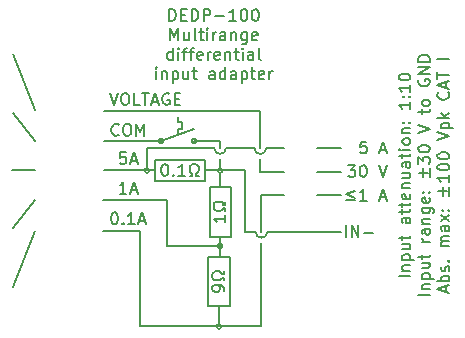
<source format=gto>
G04 #@! TF.GenerationSoftware,KiCad,Pcbnew,5.1.9-73d0e3b20d~88~ubuntu20.04.1*
G04 #@! TF.CreationDate,2021-08-23T08:35:41+03:00*
G04 #@! TF.ProjectId,multirange_frontplate,6d756c74-6972-4616-9e67-655f66726f6e,rev?*
G04 #@! TF.SameCoordinates,Original*
G04 #@! TF.FileFunction,Legend,Top*
G04 #@! TF.FilePolarity,Positive*
%FSLAX46Y46*%
G04 Gerber Fmt 4.6, Leading zero omitted, Abs format (unit mm)*
G04 Created by KiCad (PCBNEW 5.1.9-73d0e3b20d~88~ubuntu20.04.1) date 2021-08-23 08:35:41*
%MOMM*%
%LPD*%
G01*
G04 APERTURE LIST*
%ADD10C,0.200000*%
%ADD11C,0.150000*%
%ADD12C,5.500000*%
G04 APERTURE END LIST*
D10*
X101300000Y-109000000D02*
X101300000Y-116100000D01*
X101300000Y-105000000D02*
X101300000Y-108100000D01*
X101200000Y-101000000D02*
X101200000Y-97900000D01*
X101200000Y-103000000D02*
X101200000Y-101900000D01*
X97800000Y-101900000D02*
X97800000Y-102900000D01*
X97800000Y-101000000D02*
X97800000Y-100400000D01*
D11*
X108457142Y-108552380D02*
X108457142Y-107552380D01*
X108933333Y-108552380D02*
X108933333Y-107552380D01*
X109504761Y-108552380D01*
X109504761Y-107552380D01*
X109980952Y-108171428D02*
X110742857Y-108171428D01*
D10*
X101800000Y-108100000D02*
X108000000Y-108100000D01*
X99900000Y-108100000D02*
X100800000Y-108100000D01*
X99900000Y-102900000D02*
X99900000Y-108100000D01*
X99600000Y-102900000D02*
X99900000Y-102900000D01*
X101800000Y-108100000D02*
G75*
G02*
X100800000Y-108100000I-500000J0D01*
G01*
X99100000Y-102900000D02*
X99600000Y-102900000D01*
X97800000Y-102900000D02*
X99100000Y-102900000D01*
D11*
X113902380Y-111847619D02*
X112902380Y-111847619D01*
X113235714Y-111371428D02*
X113902380Y-111371428D01*
X113330952Y-111371428D02*
X113283333Y-111323809D01*
X113235714Y-111228571D01*
X113235714Y-111085714D01*
X113283333Y-110990476D01*
X113378571Y-110942857D01*
X113902380Y-110942857D01*
X113235714Y-110466666D02*
X114235714Y-110466666D01*
X113283333Y-110466666D02*
X113235714Y-110371428D01*
X113235714Y-110180952D01*
X113283333Y-110085714D01*
X113330952Y-110038095D01*
X113426190Y-109990476D01*
X113711904Y-109990476D01*
X113807142Y-110038095D01*
X113854761Y-110085714D01*
X113902380Y-110180952D01*
X113902380Y-110371428D01*
X113854761Y-110466666D01*
X113235714Y-109133333D02*
X113902380Y-109133333D01*
X113235714Y-109561904D02*
X113759523Y-109561904D01*
X113854761Y-109514285D01*
X113902380Y-109419047D01*
X113902380Y-109276190D01*
X113854761Y-109180952D01*
X113807142Y-109133333D01*
X113235714Y-108800000D02*
X113235714Y-108419047D01*
X112902380Y-108657142D02*
X113759523Y-108657142D01*
X113854761Y-108609523D01*
X113902380Y-108514285D01*
X113902380Y-108419047D01*
X113902380Y-106895238D02*
X113378571Y-106895238D01*
X113283333Y-106942857D01*
X113235714Y-107038095D01*
X113235714Y-107228571D01*
X113283333Y-107323809D01*
X113854761Y-106895238D02*
X113902380Y-106990476D01*
X113902380Y-107228571D01*
X113854761Y-107323809D01*
X113759523Y-107371428D01*
X113664285Y-107371428D01*
X113569047Y-107323809D01*
X113521428Y-107228571D01*
X113521428Y-106990476D01*
X113473809Y-106895238D01*
X113235714Y-106561904D02*
X113235714Y-106180952D01*
X112902380Y-106419047D02*
X113759523Y-106419047D01*
X113854761Y-106371428D01*
X113902380Y-106276190D01*
X113902380Y-106180952D01*
X113235714Y-105990476D02*
X113235714Y-105609523D01*
X112902380Y-105847619D02*
X113759523Y-105847619D01*
X113854761Y-105800000D01*
X113902380Y-105704761D01*
X113902380Y-105609523D01*
X113854761Y-104895238D02*
X113902380Y-104990476D01*
X113902380Y-105180952D01*
X113854761Y-105276190D01*
X113759523Y-105323809D01*
X113378571Y-105323809D01*
X113283333Y-105276190D01*
X113235714Y-105180952D01*
X113235714Y-104990476D01*
X113283333Y-104895238D01*
X113378571Y-104847619D01*
X113473809Y-104847619D01*
X113569047Y-105323809D01*
X113235714Y-104419047D02*
X113902380Y-104419047D01*
X113330952Y-104419047D02*
X113283333Y-104371428D01*
X113235714Y-104276190D01*
X113235714Y-104133333D01*
X113283333Y-104038095D01*
X113378571Y-103990476D01*
X113902380Y-103990476D01*
X113235714Y-103085714D02*
X113902380Y-103085714D01*
X113235714Y-103514285D02*
X113759523Y-103514285D01*
X113854761Y-103466666D01*
X113902380Y-103371428D01*
X113902380Y-103228571D01*
X113854761Y-103133333D01*
X113807142Y-103085714D01*
X113902380Y-102180952D02*
X113378571Y-102180952D01*
X113283333Y-102228571D01*
X113235714Y-102323809D01*
X113235714Y-102514285D01*
X113283333Y-102609523D01*
X113854761Y-102180952D02*
X113902380Y-102276190D01*
X113902380Y-102514285D01*
X113854761Y-102609523D01*
X113759523Y-102657142D01*
X113664285Y-102657142D01*
X113569047Y-102609523D01*
X113521428Y-102514285D01*
X113521428Y-102276190D01*
X113473809Y-102180952D01*
X113235714Y-101847619D02*
X113235714Y-101466666D01*
X112902380Y-101704761D02*
X113759523Y-101704761D01*
X113854761Y-101657142D01*
X113902380Y-101561904D01*
X113902380Y-101466666D01*
X113902380Y-101133333D02*
X113235714Y-101133333D01*
X112902380Y-101133333D02*
X112950000Y-101180952D01*
X112997619Y-101133333D01*
X112950000Y-101085714D01*
X112902380Y-101133333D01*
X112997619Y-101133333D01*
X113902380Y-100514285D02*
X113854761Y-100609523D01*
X113807142Y-100657142D01*
X113711904Y-100704761D01*
X113426190Y-100704761D01*
X113330952Y-100657142D01*
X113283333Y-100609523D01*
X113235714Y-100514285D01*
X113235714Y-100371428D01*
X113283333Y-100276190D01*
X113330952Y-100228571D01*
X113426190Y-100180952D01*
X113711904Y-100180952D01*
X113807142Y-100228571D01*
X113854761Y-100276190D01*
X113902380Y-100371428D01*
X113902380Y-100514285D01*
X113235714Y-99752380D02*
X113902380Y-99752380D01*
X113330952Y-99752380D02*
X113283333Y-99704761D01*
X113235714Y-99609523D01*
X113235714Y-99466666D01*
X113283333Y-99371428D01*
X113378571Y-99323809D01*
X113902380Y-99323809D01*
X113807142Y-98847619D02*
X113854761Y-98800000D01*
X113902380Y-98847619D01*
X113854761Y-98895238D01*
X113807142Y-98847619D01*
X113902380Y-98847619D01*
X113283333Y-98847619D02*
X113330952Y-98800000D01*
X113378571Y-98847619D01*
X113330952Y-98895238D01*
X113283333Y-98847619D01*
X113378571Y-98847619D01*
X113902380Y-97085714D02*
X113902380Y-97657142D01*
X113902380Y-97371428D02*
X112902380Y-97371428D01*
X113045238Y-97466666D01*
X113140476Y-97561904D01*
X113188095Y-97657142D01*
X113807142Y-96657142D02*
X113854761Y-96609523D01*
X113902380Y-96657142D01*
X113854761Y-96704761D01*
X113807142Y-96657142D01*
X113902380Y-96657142D01*
X113283333Y-96657142D02*
X113330952Y-96609523D01*
X113378571Y-96657142D01*
X113330952Y-96704761D01*
X113283333Y-96657142D01*
X113378571Y-96657142D01*
X113902380Y-95657142D02*
X113902380Y-96228571D01*
X113902380Y-95942857D02*
X112902380Y-95942857D01*
X113045238Y-96038095D01*
X113140476Y-96133333D01*
X113188095Y-96228571D01*
X112902380Y-95038095D02*
X112902380Y-94942857D01*
X112950000Y-94847619D01*
X112997619Y-94800000D01*
X113092857Y-94752380D01*
X113283333Y-94704761D01*
X113521428Y-94704761D01*
X113711904Y-94752380D01*
X113807142Y-94800000D01*
X113854761Y-94847619D01*
X113902380Y-94942857D01*
X113902380Y-95038095D01*
X113854761Y-95133333D01*
X113807142Y-95180952D01*
X113711904Y-95228571D01*
X113521428Y-95276190D01*
X113283333Y-95276190D01*
X113092857Y-95228571D01*
X112997619Y-95180952D01*
X112950000Y-95133333D01*
X112902380Y-95038095D01*
X115552380Y-113442857D02*
X114552380Y-113442857D01*
X114885714Y-112966666D02*
X115552380Y-112966666D01*
X114980952Y-112966666D02*
X114933333Y-112919047D01*
X114885714Y-112823809D01*
X114885714Y-112680952D01*
X114933333Y-112585714D01*
X115028571Y-112538095D01*
X115552380Y-112538095D01*
X114885714Y-112061904D02*
X115885714Y-112061904D01*
X114933333Y-112061904D02*
X114885714Y-111966666D01*
X114885714Y-111776190D01*
X114933333Y-111680952D01*
X114980952Y-111633333D01*
X115076190Y-111585714D01*
X115361904Y-111585714D01*
X115457142Y-111633333D01*
X115504761Y-111680952D01*
X115552380Y-111776190D01*
X115552380Y-111966666D01*
X115504761Y-112061904D01*
X114885714Y-110728571D02*
X115552380Y-110728571D01*
X114885714Y-111157142D02*
X115409523Y-111157142D01*
X115504761Y-111109523D01*
X115552380Y-111014285D01*
X115552380Y-110871428D01*
X115504761Y-110776190D01*
X115457142Y-110728571D01*
X114885714Y-110395238D02*
X114885714Y-110014285D01*
X114552380Y-110252380D02*
X115409523Y-110252380D01*
X115504761Y-110204761D01*
X115552380Y-110109523D01*
X115552380Y-110014285D01*
X115552380Y-108919047D02*
X114885714Y-108919047D01*
X115076190Y-108919047D02*
X114980952Y-108871428D01*
X114933333Y-108823809D01*
X114885714Y-108728571D01*
X114885714Y-108633333D01*
X115552380Y-107871428D02*
X115028571Y-107871428D01*
X114933333Y-107919047D01*
X114885714Y-108014285D01*
X114885714Y-108204761D01*
X114933333Y-108300000D01*
X115504761Y-107871428D02*
X115552380Y-107966666D01*
X115552380Y-108204761D01*
X115504761Y-108300000D01*
X115409523Y-108347619D01*
X115314285Y-108347619D01*
X115219047Y-108300000D01*
X115171428Y-108204761D01*
X115171428Y-107966666D01*
X115123809Y-107871428D01*
X114885714Y-107395238D02*
X115552380Y-107395238D01*
X114980952Y-107395238D02*
X114933333Y-107347619D01*
X114885714Y-107252380D01*
X114885714Y-107109523D01*
X114933333Y-107014285D01*
X115028571Y-106966666D01*
X115552380Y-106966666D01*
X114885714Y-106061904D02*
X115695238Y-106061904D01*
X115790476Y-106109523D01*
X115838095Y-106157142D01*
X115885714Y-106252380D01*
X115885714Y-106395238D01*
X115838095Y-106490476D01*
X115504761Y-106061904D02*
X115552380Y-106157142D01*
X115552380Y-106347619D01*
X115504761Y-106442857D01*
X115457142Y-106490476D01*
X115361904Y-106538095D01*
X115076190Y-106538095D01*
X114980952Y-106490476D01*
X114933333Y-106442857D01*
X114885714Y-106347619D01*
X114885714Y-106157142D01*
X114933333Y-106061904D01*
X115504761Y-105204761D02*
X115552380Y-105300000D01*
X115552380Y-105490476D01*
X115504761Y-105585714D01*
X115409523Y-105633333D01*
X115028571Y-105633333D01*
X114933333Y-105585714D01*
X114885714Y-105490476D01*
X114885714Y-105300000D01*
X114933333Y-105204761D01*
X115028571Y-105157142D01*
X115123809Y-105157142D01*
X115219047Y-105633333D01*
X115457142Y-104728571D02*
X115504761Y-104680952D01*
X115552380Y-104728571D01*
X115504761Y-104776190D01*
X115457142Y-104728571D01*
X115552380Y-104728571D01*
X114933333Y-104728571D02*
X114980952Y-104680952D01*
X115028571Y-104728571D01*
X114980952Y-104776190D01*
X114933333Y-104728571D01*
X115028571Y-104728571D01*
X114980952Y-103490476D02*
X114980952Y-102728571D01*
X115361904Y-103109523D02*
X114600000Y-103109523D01*
X115552380Y-102728571D02*
X115552380Y-103490476D01*
X114552380Y-102347619D02*
X114552380Y-101728571D01*
X114933333Y-102061904D01*
X114933333Y-101919047D01*
X114980952Y-101823809D01*
X115028571Y-101776190D01*
X115123809Y-101728571D01*
X115361904Y-101728571D01*
X115457142Y-101776190D01*
X115504761Y-101823809D01*
X115552380Y-101919047D01*
X115552380Y-102204761D01*
X115504761Y-102300000D01*
X115457142Y-102347619D01*
X114552380Y-101109523D02*
X114552380Y-101014285D01*
X114600000Y-100919047D01*
X114647619Y-100871428D01*
X114742857Y-100823809D01*
X114933333Y-100776190D01*
X115171428Y-100776190D01*
X115361904Y-100823809D01*
X115457142Y-100871428D01*
X115504761Y-100919047D01*
X115552380Y-101014285D01*
X115552380Y-101109523D01*
X115504761Y-101204761D01*
X115457142Y-101252380D01*
X115361904Y-101300000D01*
X115171428Y-101347619D01*
X114933333Y-101347619D01*
X114742857Y-101300000D01*
X114647619Y-101252380D01*
X114600000Y-101204761D01*
X114552380Y-101109523D01*
X114552380Y-99728571D02*
X115552380Y-99395238D01*
X114552380Y-99061904D01*
X114885714Y-98109523D02*
X114885714Y-97728571D01*
X114552380Y-97966666D02*
X115409523Y-97966666D01*
X115504761Y-97919047D01*
X115552380Y-97823809D01*
X115552380Y-97728571D01*
X115552380Y-97252380D02*
X115504761Y-97347619D01*
X115457142Y-97395238D01*
X115361904Y-97442857D01*
X115076190Y-97442857D01*
X114980952Y-97395238D01*
X114933333Y-97347619D01*
X114885714Y-97252380D01*
X114885714Y-97109523D01*
X114933333Y-97014285D01*
X114980952Y-96966666D01*
X115076190Y-96919047D01*
X115361904Y-96919047D01*
X115457142Y-96966666D01*
X115504761Y-97014285D01*
X115552380Y-97109523D01*
X115552380Y-97252380D01*
X114600000Y-95204761D02*
X114552380Y-95300000D01*
X114552380Y-95442857D01*
X114600000Y-95585714D01*
X114695238Y-95680952D01*
X114790476Y-95728571D01*
X114980952Y-95776190D01*
X115123809Y-95776190D01*
X115314285Y-95728571D01*
X115409523Y-95680952D01*
X115504761Y-95585714D01*
X115552380Y-95442857D01*
X115552380Y-95347619D01*
X115504761Y-95204761D01*
X115457142Y-95157142D01*
X115123809Y-95157142D01*
X115123809Y-95347619D01*
X115552380Y-94728571D02*
X114552380Y-94728571D01*
X115552380Y-94157142D01*
X114552380Y-94157142D01*
X115552380Y-93680952D02*
X114552380Y-93680952D01*
X114552380Y-93442857D01*
X114600000Y-93300000D01*
X114695238Y-93204761D01*
X114790476Y-93157142D01*
X114980952Y-93109523D01*
X115123809Y-93109523D01*
X115314285Y-93157142D01*
X115409523Y-93204761D01*
X115504761Y-93300000D01*
X115552380Y-93442857D01*
X115552380Y-93680952D01*
X116916666Y-113180952D02*
X116916666Y-112704761D01*
X117202380Y-113276190D02*
X116202380Y-112942857D01*
X117202380Y-112609523D01*
X117202380Y-112276190D02*
X116202380Y-112276190D01*
X116583333Y-112276190D02*
X116535714Y-112180952D01*
X116535714Y-111990476D01*
X116583333Y-111895238D01*
X116630952Y-111847619D01*
X116726190Y-111800000D01*
X117011904Y-111800000D01*
X117107142Y-111847619D01*
X117154761Y-111895238D01*
X117202380Y-111990476D01*
X117202380Y-112180952D01*
X117154761Y-112276190D01*
X117154761Y-111419047D02*
X117202380Y-111323809D01*
X117202380Y-111133333D01*
X117154761Y-111038095D01*
X117059523Y-110990476D01*
X117011904Y-110990476D01*
X116916666Y-111038095D01*
X116869047Y-111133333D01*
X116869047Y-111276190D01*
X116821428Y-111371428D01*
X116726190Y-111419047D01*
X116678571Y-111419047D01*
X116583333Y-111371428D01*
X116535714Y-111276190D01*
X116535714Y-111133333D01*
X116583333Y-111038095D01*
X117107142Y-110561904D02*
X117154761Y-110514285D01*
X117202380Y-110561904D01*
X117154761Y-110609523D01*
X117107142Y-110561904D01*
X117202380Y-110561904D01*
X117202380Y-109323809D02*
X116535714Y-109323809D01*
X116630952Y-109323809D02*
X116583333Y-109276190D01*
X116535714Y-109180952D01*
X116535714Y-109038095D01*
X116583333Y-108942857D01*
X116678571Y-108895238D01*
X117202380Y-108895238D01*
X116678571Y-108895238D02*
X116583333Y-108847619D01*
X116535714Y-108752380D01*
X116535714Y-108609523D01*
X116583333Y-108514285D01*
X116678571Y-108466666D01*
X117202380Y-108466666D01*
X117202380Y-107561904D02*
X116678571Y-107561904D01*
X116583333Y-107609523D01*
X116535714Y-107704761D01*
X116535714Y-107895238D01*
X116583333Y-107990476D01*
X117154761Y-107561904D02*
X117202380Y-107657142D01*
X117202380Y-107895238D01*
X117154761Y-107990476D01*
X117059523Y-108038095D01*
X116964285Y-108038095D01*
X116869047Y-107990476D01*
X116821428Y-107895238D01*
X116821428Y-107657142D01*
X116773809Y-107561904D01*
X117202380Y-107180952D02*
X116535714Y-106657142D01*
X116535714Y-107180952D02*
X117202380Y-106657142D01*
X117107142Y-106276190D02*
X117154761Y-106228571D01*
X117202380Y-106276190D01*
X117154761Y-106323809D01*
X117107142Y-106276190D01*
X117202380Y-106276190D01*
X116583333Y-106276190D02*
X116630952Y-106228571D01*
X116678571Y-106276190D01*
X116630952Y-106323809D01*
X116583333Y-106276190D01*
X116678571Y-106276190D01*
X116630952Y-105038095D02*
X116630952Y-104276190D01*
X117011904Y-104657142D02*
X116250000Y-104657142D01*
X117202380Y-104276190D02*
X117202380Y-105038095D01*
X117202380Y-103276190D02*
X117202380Y-103847619D01*
X117202380Y-103561904D02*
X116202380Y-103561904D01*
X116345238Y-103657142D01*
X116440476Y-103752380D01*
X116488095Y-103847619D01*
X116202380Y-102657142D02*
X116202380Y-102561904D01*
X116250000Y-102466666D01*
X116297619Y-102419047D01*
X116392857Y-102371428D01*
X116583333Y-102323809D01*
X116821428Y-102323809D01*
X117011904Y-102371428D01*
X117107142Y-102419047D01*
X117154761Y-102466666D01*
X117202380Y-102561904D01*
X117202380Y-102657142D01*
X117154761Y-102752380D01*
X117107142Y-102800000D01*
X117011904Y-102847619D01*
X116821428Y-102895238D01*
X116583333Y-102895238D01*
X116392857Y-102847619D01*
X116297619Y-102800000D01*
X116250000Y-102752380D01*
X116202380Y-102657142D01*
X116202380Y-101704761D02*
X116202380Y-101609523D01*
X116250000Y-101514285D01*
X116297619Y-101466666D01*
X116392857Y-101419047D01*
X116583333Y-101371428D01*
X116821428Y-101371428D01*
X117011904Y-101419047D01*
X117107142Y-101466666D01*
X117154761Y-101514285D01*
X117202380Y-101609523D01*
X117202380Y-101704761D01*
X117154761Y-101800000D01*
X117107142Y-101847619D01*
X117011904Y-101895238D01*
X116821428Y-101942857D01*
X116583333Y-101942857D01*
X116392857Y-101895238D01*
X116297619Y-101847619D01*
X116250000Y-101800000D01*
X116202380Y-101704761D01*
X116202380Y-100323809D02*
X117202380Y-99990476D01*
X116202380Y-99657142D01*
X116535714Y-99323809D02*
X117535714Y-99323809D01*
X116583333Y-99323809D02*
X116535714Y-99228571D01*
X116535714Y-99038095D01*
X116583333Y-98942857D01*
X116630952Y-98895238D01*
X116726190Y-98847619D01*
X117011904Y-98847619D01*
X117107142Y-98895238D01*
X117154761Y-98942857D01*
X117202380Y-99038095D01*
X117202380Y-99228571D01*
X117154761Y-99323809D01*
X117202380Y-98419047D02*
X116202380Y-98419047D01*
X116821428Y-98323809D02*
X117202380Y-98038095D01*
X116535714Y-98038095D02*
X116916666Y-98419047D01*
X117107142Y-96276190D02*
X117154761Y-96323809D01*
X117202380Y-96466666D01*
X117202380Y-96561904D01*
X117154761Y-96704761D01*
X117059523Y-96800000D01*
X116964285Y-96847619D01*
X116773809Y-96895238D01*
X116630952Y-96895238D01*
X116440476Y-96847619D01*
X116345238Y-96800000D01*
X116250000Y-96704761D01*
X116202380Y-96561904D01*
X116202380Y-96466666D01*
X116250000Y-96323809D01*
X116297619Y-96276190D01*
X116916666Y-95895238D02*
X116916666Y-95419047D01*
X117202380Y-95990476D02*
X116202380Y-95657142D01*
X117202380Y-95323809D01*
X116202380Y-95133333D02*
X116202380Y-94561904D01*
X117202380Y-94847619D02*
X116202380Y-94847619D01*
X117202380Y-93466666D02*
X116202380Y-93466666D01*
X93488095Y-90227380D02*
X93488095Y-89227380D01*
X93726190Y-89227380D01*
X93869047Y-89275000D01*
X93964285Y-89370238D01*
X94011904Y-89465476D01*
X94059523Y-89655952D01*
X94059523Y-89798809D01*
X94011904Y-89989285D01*
X93964285Y-90084523D01*
X93869047Y-90179761D01*
X93726190Y-90227380D01*
X93488095Y-90227380D01*
X94488095Y-89703571D02*
X94821428Y-89703571D01*
X94964285Y-90227380D02*
X94488095Y-90227380D01*
X94488095Y-89227380D01*
X94964285Y-89227380D01*
X95392857Y-90227380D02*
X95392857Y-89227380D01*
X95630952Y-89227380D01*
X95773809Y-89275000D01*
X95869047Y-89370238D01*
X95916666Y-89465476D01*
X95964285Y-89655952D01*
X95964285Y-89798809D01*
X95916666Y-89989285D01*
X95869047Y-90084523D01*
X95773809Y-90179761D01*
X95630952Y-90227380D01*
X95392857Y-90227380D01*
X96392857Y-90227380D02*
X96392857Y-89227380D01*
X96773809Y-89227380D01*
X96869047Y-89275000D01*
X96916666Y-89322619D01*
X96964285Y-89417857D01*
X96964285Y-89560714D01*
X96916666Y-89655952D01*
X96869047Y-89703571D01*
X96773809Y-89751190D01*
X96392857Y-89751190D01*
X97392857Y-89846428D02*
X98154761Y-89846428D01*
X99154761Y-90227380D02*
X98583333Y-90227380D01*
X98869047Y-90227380D02*
X98869047Y-89227380D01*
X98773809Y-89370238D01*
X98678571Y-89465476D01*
X98583333Y-89513095D01*
X99773809Y-89227380D02*
X99869047Y-89227380D01*
X99964285Y-89275000D01*
X100011904Y-89322619D01*
X100059523Y-89417857D01*
X100107142Y-89608333D01*
X100107142Y-89846428D01*
X100059523Y-90036904D01*
X100011904Y-90132142D01*
X99964285Y-90179761D01*
X99869047Y-90227380D01*
X99773809Y-90227380D01*
X99678571Y-90179761D01*
X99630952Y-90132142D01*
X99583333Y-90036904D01*
X99535714Y-89846428D01*
X99535714Y-89608333D01*
X99583333Y-89417857D01*
X99630952Y-89322619D01*
X99678571Y-89275000D01*
X99773809Y-89227380D01*
X100726190Y-89227380D02*
X100821428Y-89227380D01*
X100916666Y-89275000D01*
X100964285Y-89322619D01*
X101011904Y-89417857D01*
X101059523Y-89608333D01*
X101059523Y-89846428D01*
X101011904Y-90036904D01*
X100964285Y-90132142D01*
X100916666Y-90179761D01*
X100821428Y-90227380D01*
X100726190Y-90227380D01*
X100630952Y-90179761D01*
X100583333Y-90132142D01*
X100535714Y-90036904D01*
X100488095Y-89846428D01*
X100488095Y-89608333D01*
X100535714Y-89417857D01*
X100583333Y-89322619D01*
X100630952Y-89275000D01*
X100726190Y-89227380D01*
X93583333Y-91877380D02*
X93583333Y-90877380D01*
X93916666Y-91591666D01*
X94250000Y-90877380D01*
X94250000Y-91877380D01*
X95154761Y-91210714D02*
X95154761Y-91877380D01*
X94726190Y-91210714D02*
X94726190Y-91734523D01*
X94773809Y-91829761D01*
X94869047Y-91877380D01*
X95011904Y-91877380D01*
X95107142Y-91829761D01*
X95154761Y-91782142D01*
X95773809Y-91877380D02*
X95678571Y-91829761D01*
X95630952Y-91734523D01*
X95630952Y-90877380D01*
X96011904Y-91210714D02*
X96392857Y-91210714D01*
X96154761Y-90877380D02*
X96154761Y-91734523D01*
X96202380Y-91829761D01*
X96297619Y-91877380D01*
X96392857Y-91877380D01*
X96726190Y-91877380D02*
X96726190Y-91210714D01*
X96726190Y-90877380D02*
X96678571Y-90925000D01*
X96726190Y-90972619D01*
X96773809Y-90925000D01*
X96726190Y-90877380D01*
X96726190Y-90972619D01*
X97202380Y-91877380D02*
X97202380Y-91210714D01*
X97202380Y-91401190D02*
X97250000Y-91305952D01*
X97297619Y-91258333D01*
X97392857Y-91210714D01*
X97488095Y-91210714D01*
X98250000Y-91877380D02*
X98250000Y-91353571D01*
X98202380Y-91258333D01*
X98107142Y-91210714D01*
X97916666Y-91210714D01*
X97821428Y-91258333D01*
X98250000Y-91829761D02*
X98154761Y-91877380D01*
X97916666Y-91877380D01*
X97821428Y-91829761D01*
X97773809Y-91734523D01*
X97773809Y-91639285D01*
X97821428Y-91544047D01*
X97916666Y-91496428D01*
X98154761Y-91496428D01*
X98250000Y-91448809D01*
X98726190Y-91210714D02*
X98726190Y-91877380D01*
X98726190Y-91305952D02*
X98773809Y-91258333D01*
X98869047Y-91210714D01*
X99011904Y-91210714D01*
X99107142Y-91258333D01*
X99154761Y-91353571D01*
X99154761Y-91877380D01*
X100059523Y-91210714D02*
X100059523Y-92020238D01*
X100011904Y-92115476D01*
X99964285Y-92163095D01*
X99869047Y-92210714D01*
X99726190Y-92210714D01*
X99630952Y-92163095D01*
X100059523Y-91829761D02*
X99964285Y-91877380D01*
X99773809Y-91877380D01*
X99678571Y-91829761D01*
X99630952Y-91782142D01*
X99583333Y-91686904D01*
X99583333Y-91401190D01*
X99630952Y-91305952D01*
X99678571Y-91258333D01*
X99773809Y-91210714D01*
X99964285Y-91210714D01*
X100059523Y-91258333D01*
X100916666Y-91829761D02*
X100821428Y-91877380D01*
X100630952Y-91877380D01*
X100535714Y-91829761D01*
X100488095Y-91734523D01*
X100488095Y-91353571D01*
X100535714Y-91258333D01*
X100630952Y-91210714D01*
X100821428Y-91210714D01*
X100916666Y-91258333D01*
X100964285Y-91353571D01*
X100964285Y-91448809D01*
X100488095Y-91544047D01*
X93797619Y-93527380D02*
X93797619Y-92527380D01*
X93797619Y-93479761D02*
X93702380Y-93527380D01*
X93511904Y-93527380D01*
X93416666Y-93479761D01*
X93369047Y-93432142D01*
X93321428Y-93336904D01*
X93321428Y-93051190D01*
X93369047Y-92955952D01*
X93416666Y-92908333D01*
X93511904Y-92860714D01*
X93702380Y-92860714D01*
X93797619Y-92908333D01*
X94273809Y-93527380D02*
X94273809Y-92860714D01*
X94273809Y-92527380D02*
X94226190Y-92575000D01*
X94273809Y-92622619D01*
X94321428Y-92575000D01*
X94273809Y-92527380D01*
X94273809Y-92622619D01*
X94607142Y-92860714D02*
X94988095Y-92860714D01*
X94750000Y-93527380D02*
X94750000Y-92670238D01*
X94797619Y-92575000D01*
X94892857Y-92527380D01*
X94988095Y-92527380D01*
X95178571Y-92860714D02*
X95559523Y-92860714D01*
X95321428Y-93527380D02*
X95321428Y-92670238D01*
X95369047Y-92575000D01*
X95464285Y-92527380D01*
X95559523Y-92527380D01*
X96273809Y-93479761D02*
X96178571Y-93527380D01*
X95988095Y-93527380D01*
X95892857Y-93479761D01*
X95845238Y-93384523D01*
X95845238Y-93003571D01*
X95892857Y-92908333D01*
X95988095Y-92860714D01*
X96178571Y-92860714D01*
X96273809Y-92908333D01*
X96321428Y-93003571D01*
X96321428Y-93098809D01*
X95845238Y-93194047D01*
X96750000Y-93527380D02*
X96750000Y-92860714D01*
X96750000Y-93051190D02*
X96797619Y-92955952D01*
X96845238Y-92908333D01*
X96940476Y-92860714D01*
X97035714Y-92860714D01*
X97750000Y-93479761D02*
X97654761Y-93527380D01*
X97464285Y-93527380D01*
X97369047Y-93479761D01*
X97321428Y-93384523D01*
X97321428Y-93003571D01*
X97369047Y-92908333D01*
X97464285Y-92860714D01*
X97654761Y-92860714D01*
X97750000Y-92908333D01*
X97797619Y-93003571D01*
X97797619Y-93098809D01*
X97321428Y-93194047D01*
X98226190Y-92860714D02*
X98226190Y-93527380D01*
X98226190Y-92955952D02*
X98273809Y-92908333D01*
X98369047Y-92860714D01*
X98511904Y-92860714D01*
X98607142Y-92908333D01*
X98654761Y-93003571D01*
X98654761Y-93527380D01*
X98988095Y-92860714D02*
X99369047Y-92860714D01*
X99130952Y-92527380D02*
X99130952Y-93384523D01*
X99178571Y-93479761D01*
X99273809Y-93527380D01*
X99369047Y-93527380D01*
X99702380Y-93527380D02*
X99702380Y-92860714D01*
X99702380Y-92527380D02*
X99654761Y-92575000D01*
X99702380Y-92622619D01*
X99750000Y-92575000D01*
X99702380Y-92527380D01*
X99702380Y-92622619D01*
X100607142Y-93527380D02*
X100607142Y-93003571D01*
X100559523Y-92908333D01*
X100464285Y-92860714D01*
X100273809Y-92860714D01*
X100178571Y-92908333D01*
X100607142Y-93479761D02*
X100511904Y-93527380D01*
X100273809Y-93527380D01*
X100178571Y-93479761D01*
X100130952Y-93384523D01*
X100130952Y-93289285D01*
X100178571Y-93194047D01*
X100273809Y-93146428D01*
X100511904Y-93146428D01*
X100607142Y-93098809D01*
X101226190Y-93527380D02*
X101130952Y-93479761D01*
X101083333Y-93384523D01*
X101083333Y-92527380D01*
X92392857Y-95177380D02*
X92392857Y-94510714D01*
X92392857Y-94177380D02*
X92345238Y-94225000D01*
X92392857Y-94272619D01*
X92440476Y-94225000D01*
X92392857Y-94177380D01*
X92392857Y-94272619D01*
X92869047Y-94510714D02*
X92869047Y-95177380D01*
X92869047Y-94605952D02*
X92916666Y-94558333D01*
X93011904Y-94510714D01*
X93154761Y-94510714D01*
X93250000Y-94558333D01*
X93297619Y-94653571D01*
X93297619Y-95177380D01*
X93773809Y-94510714D02*
X93773809Y-95510714D01*
X93773809Y-94558333D02*
X93869047Y-94510714D01*
X94059523Y-94510714D01*
X94154761Y-94558333D01*
X94202380Y-94605952D01*
X94250000Y-94701190D01*
X94250000Y-94986904D01*
X94202380Y-95082142D01*
X94154761Y-95129761D01*
X94059523Y-95177380D01*
X93869047Y-95177380D01*
X93773809Y-95129761D01*
X95107142Y-94510714D02*
X95107142Y-95177380D01*
X94678571Y-94510714D02*
X94678571Y-95034523D01*
X94726190Y-95129761D01*
X94821428Y-95177380D01*
X94964285Y-95177380D01*
X95059523Y-95129761D01*
X95107142Y-95082142D01*
X95440476Y-94510714D02*
X95821428Y-94510714D01*
X95583333Y-94177380D02*
X95583333Y-95034523D01*
X95630952Y-95129761D01*
X95726190Y-95177380D01*
X95821428Y-95177380D01*
X97345238Y-95177380D02*
X97345238Y-94653571D01*
X97297619Y-94558333D01*
X97202380Y-94510714D01*
X97011904Y-94510714D01*
X96916666Y-94558333D01*
X97345238Y-95129761D02*
X97250000Y-95177380D01*
X97011904Y-95177380D01*
X96916666Y-95129761D01*
X96869047Y-95034523D01*
X96869047Y-94939285D01*
X96916666Y-94844047D01*
X97011904Y-94796428D01*
X97250000Y-94796428D01*
X97345238Y-94748809D01*
X98250000Y-95177380D02*
X98250000Y-94177380D01*
X98250000Y-95129761D02*
X98154761Y-95177380D01*
X97964285Y-95177380D01*
X97869047Y-95129761D01*
X97821428Y-95082142D01*
X97773809Y-94986904D01*
X97773809Y-94701190D01*
X97821428Y-94605952D01*
X97869047Y-94558333D01*
X97964285Y-94510714D01*
X98154761Y-94510714D01*
X98250000Y-94558333D01*
X99154761Y-95177380D02*
X99154761Y-94653571D01*
X99107142Y-94558333D01*
X99011904Y-94510714D01*
X98821428Y-94510714D01*
X98726190Y-94558333D01*
X99154761Y-95129761D02*
X99059523Y-95177380D01*
X98821428Y-95177380D01*
X98726190Y-95129761D01*
X98678571Y-95034523D01*
X98678571Y-94939285D01*
X98726190Y-94844047D01*
X98821428Y-94796428D01*
X99059523Y-94796428D01*
X99154761Y-94748809D01*
X99630952Y-94510714D02*
X99630952Y-95510714D01*
X99630952Y-94558333D02*
X99726190Y-94510714D01*
X99916666Y-94510714D01*
X100011904Y-94558333D01*
X100059523Y-94605952D01*
X100107142Y-94701190D01*
X100107142Y-94986904D01*
X100059523Y-95082142D01*
X100011904Y-95129761D01*
X99916666Y-95177380D01*
X99726190Y-95177380D01*
X99630952Y-95129761D01*
X100392857Y-94510714D02*
X100773809Y-94510714D01*
X100535714Y-94177380D02*
X100535714Y-95034523D01*
X100583333Y-95129761D01*
X100678571Y-95177380D01*
X100773809Y-95177380D01*
X101488095Y-95129761D02*
X101392857Y-95177380D01*
X101202380Y-95177380D01*
X101107142Y-95129761D01*
X101059523Y-95034523D01*
X101059523Y-94653571D01*
X101107142Y-94558333D01*
X101202380Y-94510714D01*
X101392857Y-94510714D01*
X101488095Y-94558333D01*
X101535714Y-94653571D01*
X101535714Y-94748809D01*
X101059523Y-94844047D01*
X101964285Y-95177380D02*
X101964285Y-94510714D01*
X101964285Y-94701190D02*
X102011904Y-94605952D01*
X102059523Y-94558333D01*
X102154761Y-94510714D01*
X102250000Y-94510714D01*
D10*
X97900000Y-116100000D02*
G75*
G03*
X97900000Y-116100000I-200000J0D01*
G01*
X91800000Y-102900000D02*
G75*
G03*
X91800000Y-102900000I-200000J0D01*
G01*
X98300000Y-101000000D02*
X100700000Y-101000000D01*
X91600000Y-101300000D02*
X91600000Y-101000000D01*
X101700000Y-101000000D02*
X103200000Y-101000000D01*
X101700000Y-101000000D02*
G75*
G02*
X100700000Y-101000000I-500000J0D01*
G01*
X98300000Y-101000000D02*
G75*
G02*
X97300000Y-101000000I-500000J0D01*
G01*
X91600000Y-101000000D02*
X97300000Y-101000000D01*
X91600000Y-102900000D02*
X91600000Y-101300000D01*
X101300000Y-105000000D02*
X103200000Y-105000000D01*
X101300000Y-116100000D02*
X101000000Y-116100000D01*
X97700000Y-116100000D02*
X101000000Y-116100000D01*
X98000000Y-109300000D02*
G75*
G03*
X98000000Y-109300000I-200000J0D01*
G01*
X93300000Y-109300000D02*
X97800000Y-109300000D01*
X93300000Y-105400000D02*
X93300000Y-109300000D01*
X90600000Y-105400000D02*
X93300000Y-105400000D01*
X91000000Y-108000000D02*
X90600000Y-108000000D01*
X91000000Y-116100000D02*
X91000000Y-108000000D01*
X97700000Y-116100000D02*
X91000000Y-116100000D01*
X101200000Y-103000000D02*
X103200000Y-103000000D01*
X99100000Y-97900000D02*
X101200000Y-97900000D01*
X88000000Y-97900000D02*
X99100000Y-97900000D01*
X90600000Y-108000000D02*
X87900000Y-108000000D01*
X90600000Y-105400000D02*
X87900000Y-105400000D01*
X90600000Y-102900000D02*
X88000000Y-102900000D01*
X90700000Y-100400000D02*
X88000000Y-100400000D01*
D11*
X88476190Y-96352380D02*
X88809523Y-97352380D01*
X89142857Y-96352380D01*
X89666666Y-96352380D02*
X89857142Y-96352380D01*
X89952380Y-96400000D01*
X90047619Y-96495238D01*
X90095238Y-96685714D01*
X90095238Y-97019047D01*
X90047619Y-97209523D01*
X89952380Y-97304761D01*
X89857142Y-97352380D01*
X89666666Y-97352380D01*
X89571428Y-97304761D01*
X89476190Y-97209523D01*
X89428571Y-97019047D01*
X89428571Y-96685714D01*
X89476190Y-96495238D01*
X89571428Y-96400000D01*
X89666666Y-96352380D01*
X91000000Y-97352380D02*
X90523809Y-97352380D01*
X90523809Y-96352380D01*
X91190476Y-96352380D02*
X91761904Y-96352380D01*
X91476190Y-97352380D02*
X91476190Y-96352380D01*
X92047619Y-97066666D02*
X92523809Y-97066666D01*
X91952380Y-97352380D02*
X92285714Y-96352380D01*
X92619047Y-97352380D01*
X93476190Y-96400000D02*
X93380952Y-96352380D01*
X93238095Y-96352380D01*
X93095238Y-96400000D01*
X93000000Y-96495238D01*
X92952380Y-96590476D01*
X92904761Y-96780952D01*
X92904761Y-96923809D01*
X92952380Y-97114285D01*
X93000000Y-97209523D01*
X93095238Y-97304761D01*
X93238095Y-97352380D01*
X93333333Y-97352380D01*
X93476190Y-97304761D01*
X93523809Y-97257142D01*
X93523809Y-96923809D01*
X93333333Y-96923809D01*
X93952380Y-96828571D02*
X94285714Y-96828571D01*
X94428571Y-97352380D02*
X93952380Y-97352380D01*
X93952380Y-96352380D01*
X94428571Y-96352380D01*
D10*
X94200000Y-98800000D02*
X94200000Y-98400000D01*
X94600000Y-98800000D02*
X94200000Y-98800000D01*
X94600000Y-99400000D02*
X94600000Y-98800000D01*
X94200000Y-99400000D02*
X94600000Y-99400000D01*
X94200000Y-99900000D02*
X94200000Y-99400000D01*
X93000000Y-100400000D02*
G75*
G03*
X93000000Y-100400000I-200000J0D01*
G01*
X95800000Y-100400000D02*
G75*
G03*
X95800000Y-100400000I-200000J0D01*
G01*
X98000000Y-102900000D02*
G75*
G03*
X98000000Y-102900000I-200000J0D01*
G01*
X96500000Y-102900000D02*
X97800000Y-102900000D01*
X97800000Y-104300000D02*
X97800000Y-103000000D01*
X95600000Y-100400000D02*
X97800000Y-100400000D01*
X92800000Y-100400000D02*
X95600000Y-99400000D01*
X90700000Y-100400000D02*
X92800000Y-100400000D01*
D11*
X89214285Y-99857142D02*
X89166666Y-99904761D01*
X89023809Y-99952380D01*
X88928571Y-99952380D01*
X88785714Y-99904761D01*
X88690476Y-99809523D01*
X88642857Y-99714285D01*
X88595238Y-99523809D01*
X88595238Y-99380952D01*
X88642857Y-99190476D01*
X88690476Y-99095238D01*
X88785714Y-99000000D01*
X88928571Y-98952380D01*
X89023809Y-98952380D01*
X89166666Y-99000000D01*
X89214285Y-99047619D01*
X89833333Y-98952380D02*
X90023809Y-98952380D01*
X90119047Y-99000000D01*
X90214285Y-99095238D01*
X90261904Y-99285714D01*
X90261904Y-99619047D01*
X90214285Y-99809523D01*
X90119047Y-99904761D01*
X90023809Y-99952380D01*
X89833333Y-99952380D01*
X89738095Y-99904761D01*
X89642857Y-99809523D01*
X89595238Y-99619047D01*
X89595238Y-99285714D01*
X89642857Y-99095238D01*
X89738095Y-99000000D01*
X89833333Y-98952380D01*
X90690476Y-99952380D02*
X90690476Y-98952380D01*
X91023809Y-99666666D01*
X91357142Y-98952380D01*
X91357142Y-99952380D01*
D10*
X90600000Y-102900000D02*
X92300000Y-102900000D01*
X95400000Y-102000000D02*
X96500000Y-102000000D01*
X92300000Y-103800000D02*
X92300000Y-102900000D01*
X96500000Y-102000000D02*
X96500000Y-103800000D01*
X96500000Y-103800000D02*
X92300000Y-103800000D01*
X92300000Y-102000000D02*
X95400000Y-102000000D01*
X92300000Y-102900000D02*
X92300000Y-102000000D01*
D11*
X93066666Y-102352380D02*
X93161904Y-102352380D01*
X93257142Y-102400000D01*
X93304761Y-102447619D01*
X93352380Y-102542857D01*
X93400000Y-102733333D01*
X93400000Y-102971428D01*
X93352380Y-103161904D01*
X93304761Y-103257142D01*
X93257142Y-103304761D01*
X93161904Y-103352380D01*
X93066666Y-103352380D01*
X92971428Y-103304761D01*
X92923809Y-103257142D01*
X92876190Y-103161904D01*
X92828571Y-102971428D01*
X92828571Y-102733333D01*
X92876190Y-102542857D01*
X92923809Y-102447619D01*
X92971428Y-102400000D01*
X93066666Y-102352380D01*
X93828571Y-103257142D02*
X93876190Y-103304761D01*
X93828571Y-103352380D01*
X93780952Y-103304761D01*
X93828571Y-103257142D01*
X93828571Y-103352380D01*
X94828571Y-103352380D02*
X94257142Y-103352380D01*
X94542857Y-103352380D02*
X94542857Y-102352380D01*
X94447619Y-102495238D01*
X94352380Y-102590476D01*
X94257142Y-102638095D01*
X95209523Y-103352380D02*
X95447619Y-103352380D01*
X95447619Y-103161904D01*
X95352380Y-103114285D01*
X95257142Y-103019047D01*
X95209523Y-102876190D01*
X95209523Y-102638095D01*
X95257142Y-102495238D01*
X95352380Y-102400000D01*
X95495238Y-102352380D01*
X95685714Y-102352380D01*
X95828571Y-102400000D01*
X95923809Y-102495238D01*
X95971428Y-102638095D01*
X95971428Y-102876190D01*
X95923809Y-103019047D01*
X95828571Y-103114285D01*
X95733333Y-103161904D01*
X95733333Y-103352380D01*
X95971428Y-103352380D01*
X89809523Y-101352380D02*
X89333333Y-101352380D01*
X89285714Y-101828571D01*
X89333333Y-101780952D01*
X89428571Y-101733333D01*
X89666666Y-101733333D01*
X89761904Y-101780952D01*
X89809523Y-101828571D01*
X89857142Y-101923809D01*
X89857142Y-102161904D01*
X89809523Y-102257142D01*
X89761904Y-102304761D01*
X89666666Y-102352380D01*
X89428571Y-102352380D01*
X89333333Y-102304761D01*
X89285714Y-102257142D01*
X90238095Y-102066666D02*
X90714285Y-102066666D01*
X90142857Y-102352380D02*
X90476190Y-101352380D01*
X90809523Y-102352380D01*
D10*
X97800000Y-110200000D02*
X97800000Y-108500000D01*
D11*
X98252380Y-106685714D02*
X98252380Y-107257142D01*
X98252380Y-106971428D02*
X97252380Y-106971428D01*
X97395238Y-107066666D01*
X97490476Y-107161904D01*
X97538095Y-107257142D01*
X98252380Y-106304761D02*
X98252380Y-106066666D01*
X98061904Y-106066666D01*
X98014285Y-106161904D01*
X97919047Y-106257142D01*
X97776190Y-106304761D01*
X97538095Y-106304761D01*
X97395238Y-106257142D01*
X97300000Y-106161904D01*
X97252380Y-106019047D01*
X97252380Y-105828571D01*
X97300000Y-105685714D01*
X97395238Y-105590476D01*
X97538095Y-105542857D01*
X97776190Y-105542857D01*
X97919047Y-105590476D01*
X98014285Y-105685714D01*
X98061904Y-105780952D01*
X98252380Y-105780952D01*
X98252380Y-105542857D01*
D10*
X98700000Y-104300000D02*
X98700000Y-108500000D01*
D11*
X89857142Y-104852380D02*
X89285714Y-104852380D01*
X89571428Y-104852380D02*
X89571428Y-103852380D01*
X89476190Y-103995238D01*
X89380952Y-104090476D01*
X89285714Y-104138095D01*
X90238095Y-104566666D02*
X90714285Y-104566666D01*
X90142857Y-104852380D02*
X90476190Y-103852380D01*
X90809523Y-104852380D01*
D10*
X96900000Y-105400000D02*
X96900000Y-104300000D01*
X97800000Y-108500000D02*
X96900000Y-108500000D01*
X96900000Y-104300000D02*
X98700000Y-104300000D01*
X96900000Y-108500000D02*
X96900000Y-105400000D01*
X98700000Y-108500000D02*
X97800000Y-108500000D01*
D11*
X88809523Y-106452380D02*
X88904761Y-106452380D01*
X89000000Y-106500000D01*
X89047619Y-106547619D01*
X89095238Y-106642857D01*
X89142857Y-106833333D01*
X89142857Y-107071428D01*
X89095238Y-107261904D01*
X89047619Y-107357142D01*
X89000000Y-107404761D01*
X88904761Y-107452380D01*
X88809523Y-107452380D01*
X88714285Y-107404761D01*
X88666666Y-107357142D01*
X88619047Y-107261904D01*
X88571428Y-107071428D01*
X88571428Y-106833333D01*
X88619047Y-106642857D01*
X88666666Y-106547619D01*
X88714285Y-106500000D01*
X88809523Y-106452380D01*
X89571428Y-107357142D02*
X89619047Y-107404761D01*
X89571428Y-107452380D01*
X89523809Y-107404761D01*
X89571428Y-107357142D01*
X89571428Y-107452380D01*
X90571428Y-107452380D02*
X90000000Y-107452380D01*
X90285714Y-107452380D02*
X90285714Y-106452380D01*
X90190476Y-106595238D01*
X90095238Y-106690476D01*
X90000000Y-106738095D01*
X90952380Y-107166666D02*
X91428571Y-107166666D01*
X90857142Y-107452380D02*
X91190476Y-106452380D01*
X91523809Y-107452380D01*
D10*
X98600000Y-114400000D02*
X97700000Y-114400000D01*
X98600000Y-110200000D02*
X98600000Y-114400000D01*
X96800000Y-110200000D02*
X98600000Y-110200000D01*
X96800000Y-111300000D02*
X96800000Y-110200000D01*
D11*
X98152380Y-113061904D02*
X98152380Y-112871428D01*
X98104761Y-112776190D01*
X98057142Y-112728571D01*
X97914285Y-112633333D01*
X97723809Y-112585714D01*
X97342857Y-112585714D01*
X97247619Y-112633333D01*
X97200000Y-112680952D01*
X97152380Y-112776190D01*
X97152380Y-112966666D01*
X97200000Y-113061904D01*
X97247619Y-113109523D01*
X97342857Y-113157142D01*
X97580952Y-113157142D01*
X97676190Y-113109523D01*
X97723809Y-113061904D01*
X97771428Y-112966666D01*
X97771428Y-112776190D01*
X97723809Y-112680952D01*
X97676190Y-112633333D01*
X97580952Y-112585714D01*
X98152380Y-112204761D02*
X98152380Y-111966666D01*
X97961904Y-111966666D01*
X97914285Y-112061904D01*
X97819047Y-112157142D01*
X97676190Y-112204761D01*
X97438095Y-112204761D01*
X97295238Y-112157142D01*
X97200000Y-112061904D01*
X97152380Y-111919047D01*
X97152380Y-111728571D01*
X97200000Y-111585714D01*
X97295238Y-111490476D01*
X97438095Y-111442857D01*
X97676190Y-111442857D01*
X97819047Y-111490476D01*
X97914285Y-111585714D01*
X97961904Y-111680952D01*
X98152380Y-111680952D01*
X98152380Y-111442857D01*
D10*
X96800000Y-114400000D02*
X96800000Y-111300000D01*
X97700000Y-114400000D02*
X96800000Y-114400000D01*
X97700000Y-116100000D02*
X97700000Y-114400000D01*
X80300000Y-98000000D02*
X82100000Y-100400000D01*
X80300000Y-93000000D02*
X82100000Y-97800000D01*
X80300000Y-107800000D02*
X82100000Y-105400000D01*
X80300000Y-112800000D02*
X82100000Y-108000000D01*
X82100000Y-102900000D02*
X80200000Y-102900000D01*
X108000000Y-105000000D02*
X106000000Y-105000000D01*
X108000000Y-103000000D02*
X106000000Y-103000000D01*
X108000000Y-101000000D02*
X106000000Y-101000000D01*
D11*
X109195238Y-105404761D02*
X108433333Y-105404761D01*
X109195238Y-105214285D02*
X108433333Y-104928571D01*
X109195238Y-104642857D01*
X110195238Y-105452380D02*
X109623809Y-105452380D01*
X109909523Y-105452380D02*
X109909523Y-104452380D01*
X109814285Y-104595238D01*
X109719047Y-104690476D01*
X109623809Y-104738095D01*
X111338095Y-105166666D02*
X111814285Y-105166666D01*
X111242857Y-105452380D02*
X111576190Y-104452380D01*
X111909523Y-105452380D01*
X108630952Y-102452380D02*
X109250000Y-102452380D01*
X108916666Y-102833333D01*
X109059523Y-102833333D01*
X109154761Y-102880952D01*
X109202380Y-102928571D01*
X109250000Y-103023809D01*
X109250000Y-103261904D01*
X109202380Y-103357142D01*
X109154761Y-103404761D01*
X109059523Y-103452380D01*
X108773809Y-103452380D01*
X108678571Y-103404761D01*
X108630952Y-103357142D01*
X109869047Y-102452380D02*
X109964285Y-102452380D01*
X110059523Y-102500000D01*
X110107142Y-102547619D01*
X110154761Y-102642857D01*
X110202380Y-102833333D01*
X110202380Y-103071428D01*
X110154761Y-103261904D01*
X110107142Y-103357142D01*
X110059523Y-103404761D01*
X109964285Y-103452380D01*
X109869047Y-103452380D01*
X109773809Y-103404761D01*
X109726190Y-103357142D01*
X109678571Y-103261904D01*
X109630952Y-103071428D01*
X109630952Y-102833333D01*
X109678571Y-102642857D01*
X109726190Y-102547619D01*
X109773809Y-102500000D01*
X109869047Y-102452380D01*
X111250000Y-102452380D02*
X111583333Y-103452380D01*
X111916666Y-102452380D01*
X110178571Y-100452380D02*
X109702380Y-100452380D01*
X109654761Y-100928571D01*
X109702380Y-100880952D01*
X109797619Y-100833333D01*
X110035714Y-100833333D01*
X110130952Y-100880952D01*
X110178571Y-100928571D01*
X110226190Y-101023809D01*
X110226190Y-101261904D01*
X110178571Y-101357142D01*
X110130952Y-101404761D01*
X110035714Y-101452380D01*
X109797619Y-101452380D01*
X109702380Y-101404761D01*
X109654761Y-101357142D01*
X111369047Y-101166666D02*
X111845238Y-101166666D01*
X111273809Y-101452380D02*
X111607142Y-100452380D01*
X111940476Y-101452380D01*
%LPC*%
D12*
G04 #@! TO.C,H4*
X107300000Y-114500000D03*
G04 #@! TD*
G04 #@! TO.C,H3*
X107600000Y-91500000D03*
G04 #@! TD*
G04 #@! TO.C,H2*
X86000000Y-114500000D03*
G04 #@! TD*
G04 #@! TO.C,H1*
X86000000Y-91500000D03*
G04 #@! TD*
M02*

</source>
